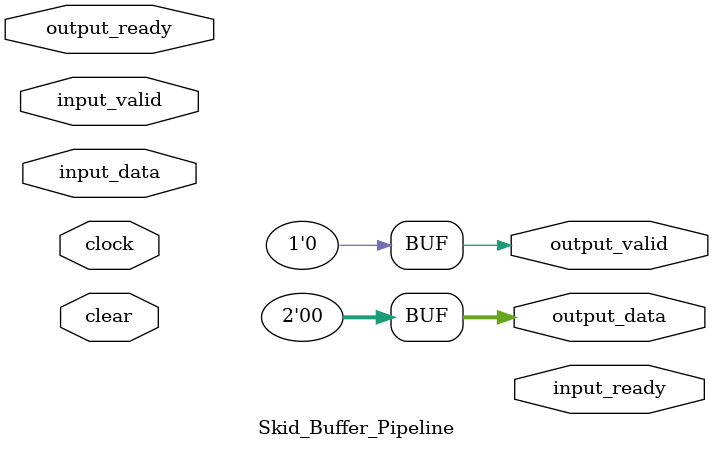
<source format=v>


// Pipelines the path of a ready/valid handshake with zero or more [Skid
// Buffers](./Pipeline_Skid_Buffer.html) to control the propagation delay and
// increase the possible clock frequency. The latency from input to output is
// `PIPE_DEPTH` cycles. This module is a variation of the [Simple Register
// Pipeline](./Register_Pipeline_Simple.html).

// Unlike a [Pipeline FIFO Buffer](./Pipeline_FIFO_Buffer.html), a Skid Buffer
// Pipeline will not improve concurrency by absorbing any irregularities in
// the transfer rates of the input and output interfaces: if one interface
// stalls, the other interface will eventually see that stall. However, a FIFO
// buffer will not add much pipelining.

// Alternatively, if you can afford a FIFO or if your hardware supports it
// well, you may want to use a [Pipeline Credit
// Buffer](./Pipeline_Credit_Buffer.html) instead, which might use less
// hardware for longer pipelines and has both the pipelining benefits of
// a Skid Buffer Pipeline and the buffering of a FIFO.

// `clear` sets all registers to zero. If `PIPE_DEPTH` is zero, the input
// handshake ports becomes directly wired to the output handshake ports and no
// logic is inferred.

`default_nettype none

module Skid_Buffer_Pipeline
#(
    parameter WORD_WIDTH =  0,
    parameter PIPE_DEPTH = -1
)
(
    // If PIPE_DEPTH is zero, these are unused
    // verilator lint_off UNUSED
    input   wire                        clock,
    input   wire                        clear,
    // verilator lint_on  UNUSED
    input   wire                        input_valid,
    output  wire                        input_ready,
    input   wire    [WORD_WIDTH-1:0]    input_data,

    output  reg                         output_valid,
    input   wire                        output_ready,
    output  reg     [WORD_WIDTH-1:0]    output_data
);

    localparam WORD_ZERO = {WORD_WIDTH{1'b0}};

    initial begin
        output_valid = 1'b0;
        output_data  = WORD_ZERO;
    end

    genvar i;
    generate
        if (PIPE_DEPTH == 0) begin
            assign input_ready  = output_ready;
            always @(*) begin
                output_valid = input_valid;
                output_data  = input_data;
            end
        end
        else if (PIPE_DEPTH > 0) begin

// We strip out first iteration of Skid Buffer instantiations to avoid having
// to refer to index -1 in the generate loop, and also to connect to the input
// handshake ports rather than the output of a previous Skid Buffer.

            wire                  valid_pipe [PIPE_DEPTH-1:0];
            wire                  ready_pipe [PIPE_DEPTH-1:0];
            wire [WORD_WIDTH-1:0] data_pipe  [PIPE_DEPTH-1:0];

            Pipeline_Skid_Buffer
            #(
                .WORD_WIDTH      (WORD_WIDTH),
                .CIRCULAR_BUFFER (0)            // Not meaningful here
            )
            input_stage
            (
                .clock          (clock),
                .clear          (clear),

                .input_valid    (input_valid),
                .input_ready    (input_ready),
                .input_data     (input_data),

                .output_valid   (valid_pipe[0]),
                .output_ready   (ready_pipe[0]),
                .output_data    (data_pipe [0])
            );

// Now repeat over the remainder of the pipeline stages, starting at stage 1,
// connecting each pipeline stage to the output of the previous pipeline
// stage.

            for (i=1; i < PIPE_DEPTH; i=i+1) begin: pipe_stages
                Pipeline_Skid_Buffer
                #(
                    .WORD_WIDTH      (WORD_WIDTH),
                    .CIRCULAR_BUFFER (0)            // Not meaningful here
                )
                pipe_stage
                (
                    .clock          (clock),
                    .clear          (clear),

                    .input_valid    (valid_pipe[i-1]),
                    .input_ready    (ready_pipe[i-1]),
                    .input_data     (data_pipe [i-1]),

                    .output_valid   (valid_pipe[i]),
                    .output_ready   (ready_pipe[i]),
                    .output_data    (data_pipe [i])
                );
            end

// And finally, connect the output handshake ports of the last Skid Buffer to
// the module output handshake ports.

            assign ready_pipe [PIPE_DEPTH-1] = output_ready;
            always @(*) begin
                output_valid = valid_pipe[PIPE_DEPTH-1];
                output_data  = data_pipe [PIPE_DEPTH-1];
            end
        end
    endgenerate

endmodule


</source>
